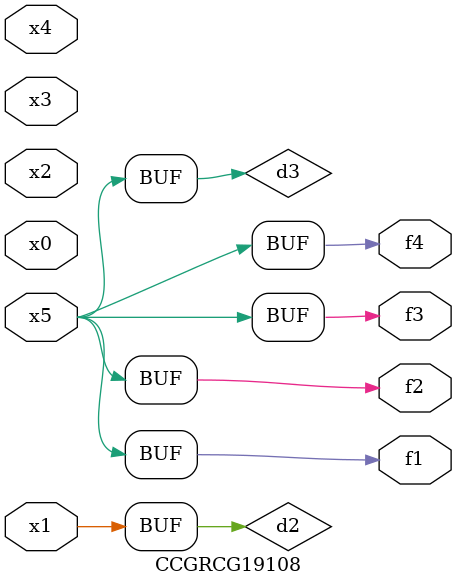
<source format=v>
module CCGRCG19108(
	input x0, x1, x2, x3, x4, x5,
	output f1, f2, f3, f4
);

	wire d1, d2, d3;

	not (d1, x5);
	or (d2, x1);
	xnor (d3, d1);
	assign f1 = d3;
	assign f2 = d3;
	assign f3 = d3;
	assign f4 = d3;
endmodule

</source>
